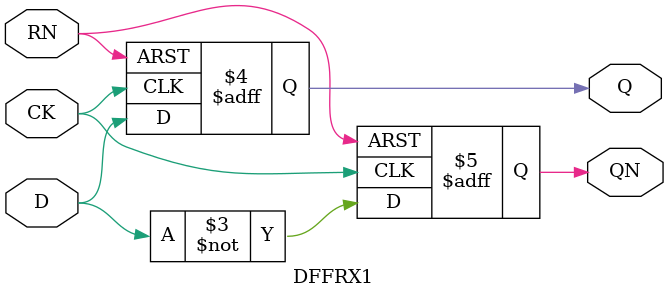
<source format=v>


module DFFRX1 (Q, QN, D, RN, CK );
	output reg Q, QN;
	input D, RN, CK;

	always @(posedge CK or negedge RN) begin
		if (!RN) begin
			Q <= 0;
			QN <= 1;
		end else begin
			Q <= D;
			QN <= ~D;
		end
	end

endmodule

</source>
